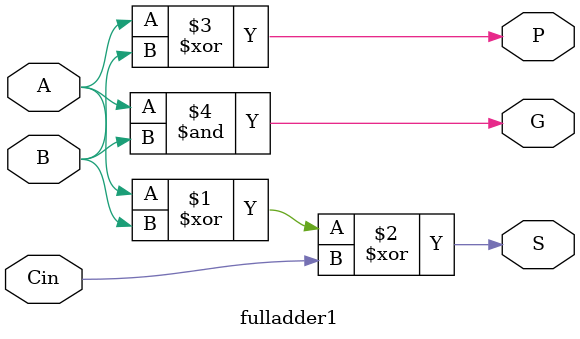
<source format=v>

module fulladder1(A, B, Cin, S, P, G);
	input A, B, Cin;
	output S, P, G;

    assign S = (A ^ B) ^ Cin;
    assign P = A ^ B;
    assign G = A & B;
endmodule

</source>
